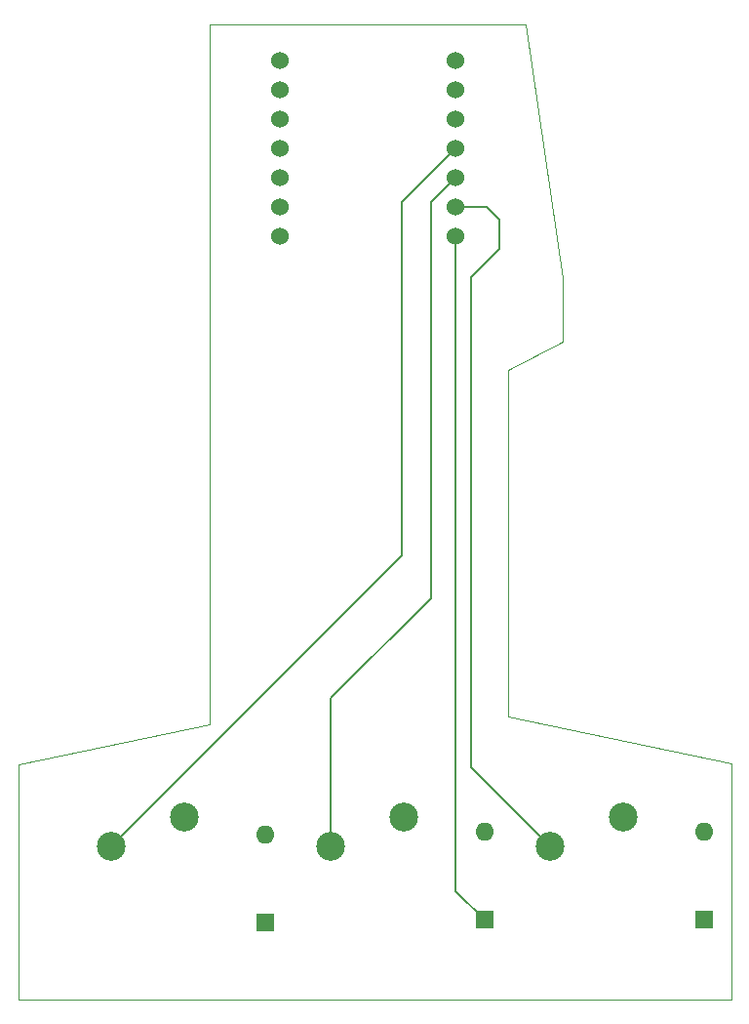
<source format=gbl>
G04 #@! TF.GenerationSoftware,KiCad,Pcbnew,9.0.2*
G04 #@! TF.CreationDate,2025-07-01T11:42:46-07:00*
G04 #@! TF.ProjectId,osu_keypad,6f73755f-6b65-4797-9061-642e6b696361,rev?*
G04 #@! TF.SameCoordinates,Original*
G04 #@! TF.FileFunction,Copper,L2,Bot*
G04 #@! TF.FilePolarity,Positive*
%FSLAX46Y46*%
G04 Gerber Fmt 4.6, Leading zero omitted, Abs format (unit mm)*
G04 Created by KiCad (PCBNEW 9.0.2) date 2025-07-01 11:42:46*
%MOMM*%
%LPD*%
G01*
G04 APERTURE LIST*
G04 #@! TA.AperFunction,ComponentPad*
%ADD10C,1.524000*%
G04 #@! TD*
G04 #@! TA.AperFunction,ComponentPad*
%ADD11C,2.500000*%
G04 #@! TD*
G04 #@! TA.AperFunction,ComponentPad*
%ADD12R,1.600000X1.600000*%
G04 #@! TD*
G04 #@! TA.AperFunction,ComponentPad*
%ADD13O,1.600000X1.600000*%
G04 #@! TD*
G04 #@! TA.AperFunction,Conductor*
%ADD14C,0.200000*%
G04 #@! TD*
G04 #@! TA.AperFunction,Profile*
%ADD15C,0.050000*%
G04 #@! TD*
G04 APERTURE END LIST*
D10*
X109650000Y-68580000D03*
X109650000Y-71120000D03*
X109650000Y-73660000D03*
X109650000Y-76200000D03*
X109650000Y-78740000D03*
X109650000Y-81280000D03*
X109650000Y-83820000D03*
X124890000Y-83820000D03*
X124890000Y-81280000D03*
X124890000Y-78740000D03*
X124890000Y-76200000D03*
X124890000Y-73660000D03*
X124890000Y-71120000D03*
X124890000Y-68580000D03*
D11*
X133111875Y-136763125D03*
X139461875Y-134223125D03*
X95011875Y-136763125D03*
X101361875Y-134223125D03*
X114061875Y-136763125D03*
X120411875Y-134223125D03*
D12*
X146446875Y-143113125D03*
D13*
X146446875Y-135493125D03*
D12*
X127396875Y-143113125D03*
D13*
X127396875Y-135493125D03*
D12*
X108346875Y-143351250D03*
D13*
X108346875Y-135731250D03*
D14*
X124890000Y-140606250D02*
X124890000Y-83820000D01*
X127396875Y-143113125D02*
X124890000Y-140606250D01*
X120225000Y-80865000D02*
X124890000Y-76200000D01*
X120225000Y-111550000D02*
X120225000Y-80865000D01*
X95011875Y-136763125D02*
X120225000Y-111550000D01*
X122725000Y-115225000D02*
X122725000Y-80905000D01*
X114061875Y-136763125D02*
X114061875Y-123888125D01*
X114061875Y-123888125D02*
X122725000Y-115225000D01*
X122725000Y-80905000D02*
X124890000Y-78740000D01*
X128625000Y-82325000D02*
X127580000Y-81280000D01*
X126225000Y-87425000D02*
X128725000Y-84925000D01*
X133111875Y-136763125D02*
X126225000Y-129876250D01*
X128725000Y-82325000D02*
X128625000Y-82325000D01*
X127580000Y-81280000D02*
X124890000Y-81280000D01*
X126225000Y-129876250D02*
X126225000Y-87425000D01*
X128725000Y-84925000D02*
X128725000Y-82325000D01*
D15*
X129425000Y-95405000D02*
X134165000Y-92945000D01*
X103584375Y-65484375D02*
X103584375Y-126206250D01*
X129435000Y-125465000D02*
X129425000Y-95405000D01*
X86915625Y-150018750D02*
X148828125Y-150018750D01*
X134165000Y-87495000D02*
X130968750Y-65484375D01*
X86925000Y-129625000D02*
X103584375Y-126206250D01*
X148828125Y-150018750D02*
X148828125Y-129525000D01*
X86915625Y-150018750D02*
X86925000Y-129625000D01*
X134165000Y-92945000D02*
X134165000Y-87495000D01*
X130968750Y-65484375D02*
X103584375Y-65484375D01*
X148828125Y-129525000D02*
X129435000Y-125465000D01*
M02*

</source>
